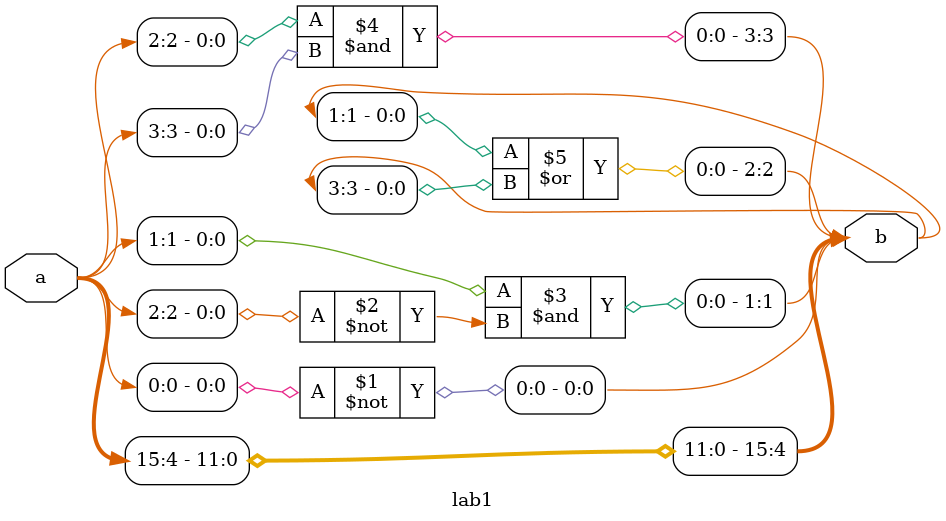
<source format=v>
`timescale 1ns / 1ps


module lab1(
    input [15:0] a,
     output [15:0] b
    );
    
    assign b[0] = ~a[0];
    assign b[1] = a[1] & ~a[2];
    assign b[3] = a[2] & a[3];
    assign b[2] = b[1] | b[3];   
    assign b[15:4] = a[15:4];
    
endmodule

</source>
